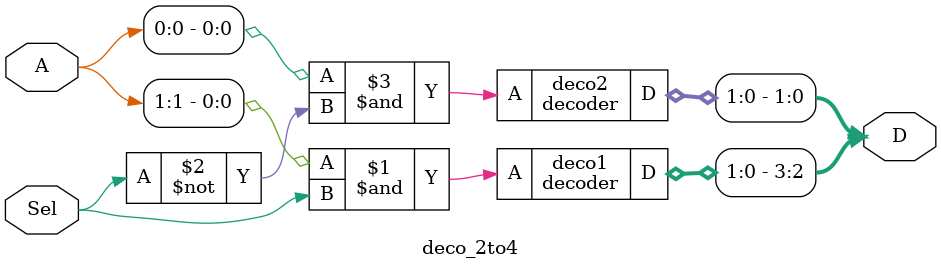
<source format=v>
`timescale 1ns/1ns
module decoder( 
				output [1:0]D,
				input A
				);
assign D[0]= ~A;
assign D[1]= A;
endmodule

module deco_2to4( 
	output [3:0]D,
	input [1:0] A,
	input Sel
	);
	
	// Instantiations of 1to2 decoders
decoder deco1 (.D(D[3:2]),.A((A[1]&Sel)));
decoder deco2 (.D(D[1:0]),.A((A[0]&~Sel)));
endmodule
</source>
